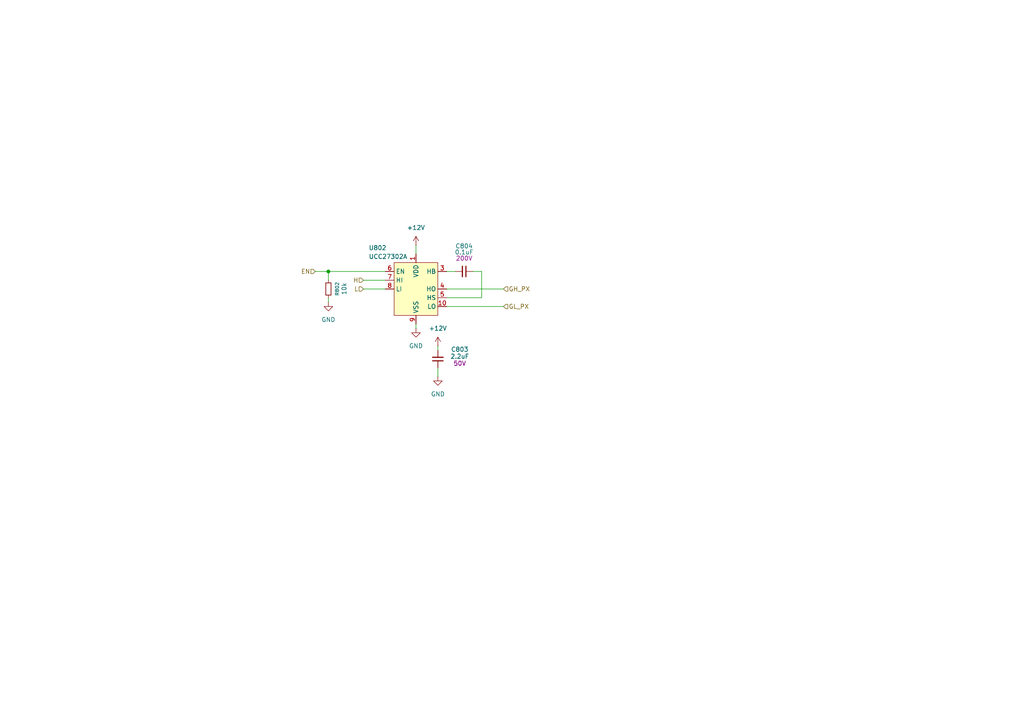
<source format=kicad_sch>
(kicad_sch (version 20250114) (generator "eeschema") (generator_version "9.0")
  (paper "A4")
  (title_block (title "${TITLE} - ${SUBTITLE}") (rev "${REV}") (company "github.com/${AUTHOR}"))
  (lib_symbols
    (symbol "Device:C_Small" (pin_numbers (hide yes)) (pin_names (offset 0.254) (hide yes))
      (property "Reference" "C" (at 0.254 1.778 0))
      (property "Value" "C_Small" (at 0.254 -2.032 0))
      (symbol "C_Small_0_1"
        (polyline (pts (xy -1.524 0.508) (xy 1.524 0.508)) (stroke (width 0.3048)))
        (polyline (pts (xy -1.524 -0.508) (xy 1.524 -0.508)) (stroke (width 0.3302)))
      )
      (symbol "C_Small_1_1"
        (pin passive line (at 0 2.54 270) (length 2.032) (name "~") (number "1"))
        (pin passive line (at 0 -2.54 90) (length 2.032) (name "~") (number "2"))
      )
    )
    (symbol "Device:R_Small" (pin_numbers (hide yes)) (pin_names (offset 0.254) (hide yes))
      (property "Reference" "R" (at 0 0 90))
      (property "Value" "R_Small" (at 1.778 0 90))
      (symbol "R_Small_0_1"
        (rectangle (start -0.762 1.778) (end 0.762 -1.778) (stroke (width 0.2032)))
      )
      (symbol "R_Small_1_1"
        (pin passive line (at 0 2.54 270) (length 0.762) (name "~") (number "1"))
        (pin passive line (at 0 -2.54 90) (length 0.762) (name "~") (number "2"))
      )
    )
    (symbol "mcrmv:UCC27302ADRC"
      (property "Reference" "U" (at 9.906 4.318 0))
      (property "Value" "UCC27302A" (at 14.732 2.286 0))
      (symbol "UCC27302ADRC_1_1"
        (rectangle (start 0 0) (end 12.7 -15.24) (fill (type background)))
        (pin input line (at -2.54 -2.54 0) (length 2.54) (name "EN") (number "6"))
        (pin input line (at -2.54 -5.08 0) (length 2.54) (name "HI") (number "7"))
        (pin input line (at -2.54 -7.62 0) (length 2.54) (name "LI") (number "8"))
        (pin power_in line (at 6.35 2.54 270) (length 2.54) (name "VDD") (number "1"))
        (pin power_out line (at 6.35 -17.78 90) (length 2.54) (name "VSS") (number "9"))
        (pin power_out line (at 15.24 -2.54 180) (length 2.54) (name "HB") (number "3"))
        (pin output line (at 15.24 -7.62 180) (length 2.54) (name "HO") (number "4"))
        (pin power_out line (at 15.24 -10.16 180) (length 2.54) (name "HS") (number "5"))
        (pin output line (at 15.24 -12.7 180) (length 2.54) (name "LO") (number "10"))
      )
    )
    (symbol "power:+5V" (power) (pin_numbers (hide yes)) (pin_names (offset 0) (hide yes))
      (property "Value" "+5V" (at 0 3.556 0))
      (symbol "+5V_0_1"
        (polyline (pts (xy -0.762 1.27) (xy 0 2.54)))
        (polyline (pts (xy 0 2.54) (xy 0.762 1.27)))
        (polyline (pts (xy 0 0) (xy 0 2.54)))
      )
      (symbol "+5V_1_1"
        (pin power_in line (at 0 0 90) (length 0) (name "~") (number "1"))
      )
    )
    (symbol "power:GND" (power) (pin_numbers (hide yes)) (pin_names (offset 0) (hide yes))
      (property "Value" "GND" (at 0 -3.81 0))
      (symbol "GND_0_1"
        (polyline (pts (xy 0 0) (xy 0 -1.27) (xy 1.27 -1.27) (xy 0 -2.54) (xy -1.27 -1.27) (xy 0 -1.27)))
      )
      (symbol "GND_1_1"
        (pin power_in line (at 0 0 270) (length 0) (name "~") (number "1"))
      )
    )
  )
  (junction (at 95.25 78.74))
  (wire (pts (xy 129.54 78.74) (xy 132.08 78.74)))
  (wire (pts (xy 105.41 83.82) (xy 111.76 83.82)))
  (wire (pts (xy 129.54 83.82) (xy 146.05 83.82)))
  (wire (pts (xy 120.65 71.12) (xy 120.65 73.66)))
  (wire (pts (xy 91.44 78.74) (xy 95.25 78.74)))
  (wire (pts (xy 129.54 88.9) (xy 146.05 88.9)))
  (wire (pts (xy 139.7 78.74) (xy 139.7 86.36)))
  (wire (pts (xy 105.41 81.28) (xy 111.76 81.28)))
  (wire (pts (xy 127 106.68) (xy 127 109.22)))
  (wire (pts (xy 120.65 93.98) (xy 120.65 95.25)))
  (wire (pts (xy 137.16 78.74) (xy 139.7 78.74)))
  (wire (pts (xy 139.7 86.36) (xy 129.54 86.36)))
  (wire (pts (xy 95.25 78.74) (xy 111.76 78.74)))
  (wire (pts (xy 95.25 78.74) (xy 95.25 81.28)))
  (wire (pts (xy 127 100.33) (xy 127 101.6)))
  (wire (pts (xy 95.25 86.36) (xy 95.25 87.63)))
  (hierarchical_label "L" (shape input) (at 105.41 83.82 180))
  (hierarchical_label "GL_PX" (shape input) (at 146.05 88.9 0))
  (hierarchical_label "GH_PX" (shape input) (at 146.05 83.82 0))
  (hierarchical_label "H" (shape input) (at 105.41 81.28 180))
  (hierarchical_label "EN" (shape input) (at 91.44 78.74 180))
  (symbol (lib_id "Device:C_Small") (at 134.62 78.74 270) (unit 1)
    (property "Reference" "C702" (at 134.62 71.374 90))
    (property "Value" "0.1uF" (at 134.62 73.152 90))
    (property "Footprint" "Capacitor_SMD:C_1206_3216Metric" (effects (hide yes)))
    (property "Description" "Unpolarized capacitor, small symbol" (effects (hide yes)))
    (property "Voltage" "200V" (at 134.62 74.93 90))
    (instances (project "drvr" (path "" (reference "C804") (unit 1)) (path "" (reference "C702") (unit 1)) (path "" (reference "C802") (unit 1))))
  )
  (symbol (lib_id "Device:R_Small") (at 95.25 83.82 0) (unit 1)
    (property "Reference" "R" (at 97.79 85.852 90) (effects (font (size 1.016 1.016)) (justify left)))
    (property "Value" "10k" (at 99.822 85.598 90) (effects (justify left)))
    (property "Footprint" "Resistor_SMD:R_0402_1005Metric" (effects (hide yes)))
    (property "Description" "Resistor, small symbol" (effects (hide yes)))
    (instances (project "drvr" (path "" (reference "R802") (unit 1)) (path "" (reference "R801") (unit 1))))
  )
  (symbol (lib_id "mcrmv:UCC27302ADRC") (at 114.3 76.2 0) (unit 1)
    (property "Reference" "U" (at 106.934 71.882 0) (effects (justify left)))
    (property "Value" "UCC27302A" (at 106.934 74.422 0) (effects (justify left)))
    (property "Datasheet" "https://www.ti.com/lit/ds/symlink/ucc27302a.pdf" (effects (hide yes)))
    (property "Description" "3.7A/4.5A Half-Bridge Driver with 5V UVLO, Interlock and Enable" (effects (hide yes)))
    (instances (project "drvr" (path "" (reference "U802") (unit 1)) (path "" (reference "U801") (unit 1))))
  )
  (symbol (lib_id "Device:C_Small") (at 127 104.14 180) (unit 1)
    (property "Reference" "C701" (at 133.35 101.346 0))
    (property "Value" "2.2uF" (at 133.35 103.378 0))
    (property "Footprint" "Capacitor_SMD:C_0805_2012Metric" (effects (hide yes)))
    (property "Description" "Unpolarized capacitor, small symbol" (effects (hide yes)))
    (property "Voltage" "50V" (at 133.35 105.41 0))
    (instances (project "drvr" (path "" (reference "C803") (unit 1)) (path "" (reference "C701") (unit 1)) (path "" (reference "C801") (unit 1))))
  )
  (symbol (lib_id "power:+5V") (at 120.65 71.12 0) (mirror y) (unit 1)
    (property "Reference" "#PWR0701" (effects (hide yes)))
    (property "Value" "+12V" (at 120.65 66.04 0))
    (property "Description" "Power symbol creates a global label with name \"+5V\"" (effects (hide yes)))
    (instances (project "drvr" (path "" (reference "#PWR0807") (unit 1)) (path "" (reference "#PWR0701") (unit 1)) (path "" (reference "#PWR0802") (unit 1))))
  )
  (symbol (lib_id "power:GND") (at 120.65 95.25 0) (unit 1)
    (property "Reference" "#PWR0704" (effects (hide yes)))
    (property "Value" "GND" (at 120.65 100.33 0))
    (property "Description" "Power symbol creates a global label with name \"GND\" , ground" (effects (hide yes)))
    (instances (project "drvr" (path "" (reference "#PWR0808") (unit 1)) (path "" (reference "#PWR0704") (unit 1)) (path "" (reference "#PWR0803") (unit 1))))
  )
  (symbol (lib_id "power:GND") (at 95.25 87.63 0) (unit 1)
    (property "Reference" "#PWR0705" (effects (hide yes)))
    (property "Value" "GND" (at 95.25 92.71 0))
    (property "Description" "Power symbol creates a global label with name \"GND\" , ground" (effects (hide yes)))
    (instances (project "drvr" (path "" (reference "#PWR0806") (unit 1)) (path "" (reference "#PWR0705") (unit 1)) (path "" (reference "#PWR0801") (unit 1))))
  )
  (symbol (lib_id "power:GND") (at 127 109.22 0) (unit 1)
    (property "Reference" "#PWR" (effects (hide yes)))
    (property "Value" "GND" (at 127 114.3 0))
    (property "Description" "Power symbol creates a global label with name \"GND\" , ground" (effects (hide yes)))
    (instances (project "drvr" (path "" (reference "#PWR0810") (unit 1)) (path "" (reference "#PWR0805") (unit 1))))
  )
  (symbol (lib_id "power:+5V") (at 127 100.33 0) (mirror y) (unit 1)
    (property "Reference" "#PWR0702" (effects (hide yes)))
    (property "Value" "+12V" (at 127 95.25 0))
    (property "Description" "Power symbol creates a global label with name \"+5V\"" (effects (hide yes)))
    (instances (project "drvr" (path "" (reference "#PWR0809") (unit 1)) (path "" (reference "#PWR0702") (unit 1)) (path "" (reference "#PWR0804") (unit 1))))
  )
)
</source>
